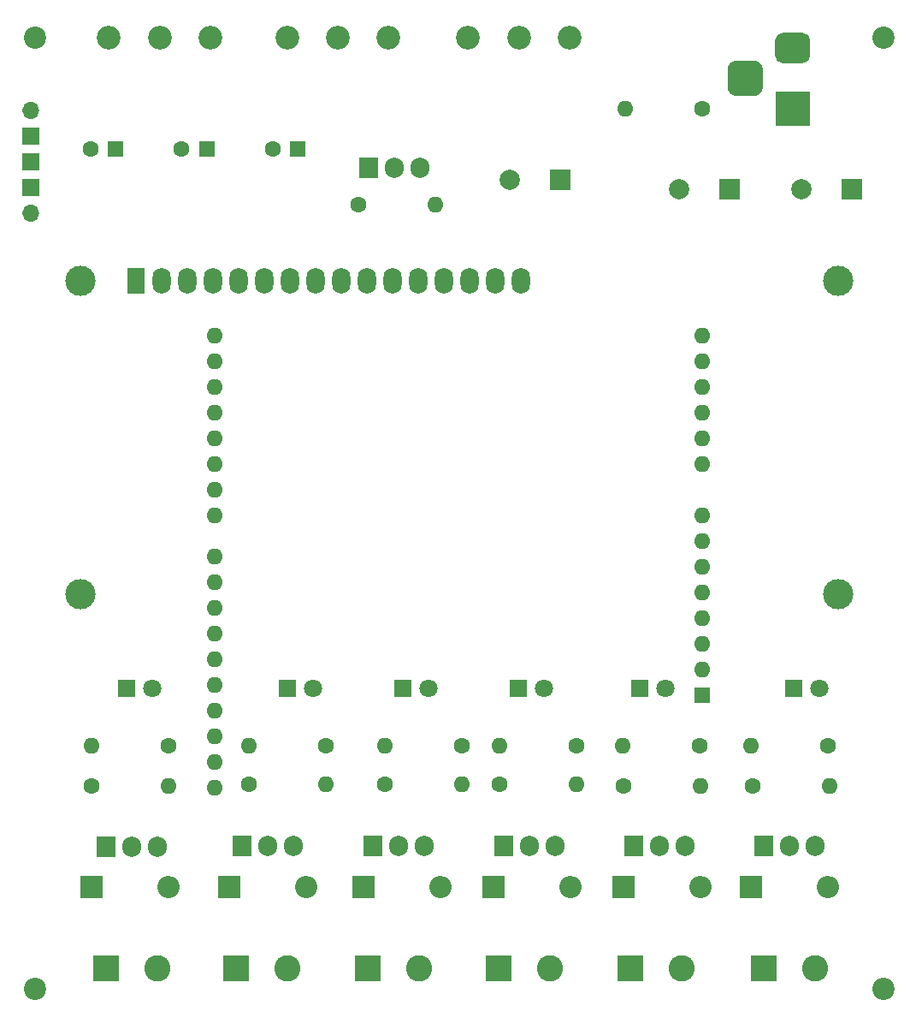
<source format=gbr>
G04 #@! TF.GenerationSoftware,KiCad,Pcbnew,5.99.0-unknown-c7daca1~100~ubuntu18.04.1*
G04 #@! TF.CreationDate,2020-03-27T21:17:46-07:00*
G04 #@! TF.ProjectId,ventilator,76656e74-696c-4617-946f-722e6b696361,rev?*
G04 #@! TF.SameCoordinates,Original*
G04 #@! TF.FileFunction,Soldermask,Bot*
G04 #@! TF.FilePolarity,Negative*
%FSLAX46Y46*%
G04 Gerber Fmt 4.6, Leading zero omitted, Abs format (unit mm)*
G04 Created by KiCad (PCBNEW 5.99.0-unknown-c7daca1~100~ubuntu18.04.1) date 2020-03-27 21:17:46*
%MOMM*%
%LPD*%
G01*
G04 APERTURE LIST*
%ADD10R,1.700000X1.700000*%
%ADD11C,2.200000*%
%ADD12C,2.600000*%
%ADD13R,2.600000X2.600000*%
%ADD14C,1.600000*%
%ADD15R,1.600000X1.600000*%
%ADD16O,1.700000X1.700000*%
%ADD17R,3.500000X3.500000*%
%ADD18O,1.600000X1.600000*%
%ADD19O,1.905000X2.000000*%
%ADD20R,1.905000X2.000000*%
%ADD21O,2.200000X2.200000*%
%ADD22R,2.200000X2.200000*%
%ADD23C,1.800000*%
%ADD24R,1.800000X1.800000*%
%ADD25C,2.000000*%
%ADD26R,2.000000X2.000000*%
%ADD27C,2.340000*%
%ADD28C,3.000000*%
%ADD29O,1.800000X2.600000*%
%ADD30R,1.800000X2.600000*%
G04 APERTURE END LIST*
D10*
X2540000Y-15240000D03*
D11*
X87000000Y-97000000D03*
X3000000Y-97000000D03*
X87000000Y-3000000D03*
X3000000Y-3000000D03*
D12*
X15080000Y-95000000D03*
D13*
X10000000Y-95000000D03*
D12*
X28000000Y-95000000D03*
D13*
X22920000Y-95000000D03*
D12*
X41000000Y-95000000D03*
D13*
X35920000Y-95000000D03*
D12*
X54000000Y-95000000D03*
D13*
X48920000Y-95000000D03*
D12*
X67000000Y-95000000D03*
D13*
X61920000Y-95000000D03*
D12*
X80200000Y-95000000D03*
D13*
X75120000Y-95000000D03*
D14*
X8500000Y-14000000D03*
D15*
X11000000Y-14000000D03*
D14*
X17500000Y-14000000D03*
D15*
X20000000Y-14000000D03*
D14*
X26500000Y-14000000D03*
D15*
X29000000Y-14000000D03*
D16*
X2540000Y-10160000D03*
D10*
X2540000Y-12700000D03*
D16*
X2540000Y-20320000D03*
D10*
X2540000Y-17780000D03*
G36*
G01*
X72425000Y-5250000D02*
X74175000Y-5250000D01*
G75*
G02*
X75050000Y-6125000I0J-875000D01*
G01*
X75050000Y-7875000D01*
G75*
G02*
X74175000Y-8750000I-875000J0D01*
G01*
X72425000Y-8750000D01*
G75*
G02*
X71550000Y-7875000I0J875000D01*
G01*
X71550000Y-6125000D01*
G75*
G02*
X72425000Y-5250000I875000J0D01*
G01*
G37*
G36*
G01*
X77000000Y-2500000D02*
X79000000Y-2500000D01*
G75*
G02*
X79750000Y-3250000I0J-750000D01*
G01*
X79750000Y-4750000D01*
G75*
G02*
X79000000Y-5500000I-750000J0D01*
G01*
X77000000Y-5500000D01*
G75*
G02*
X76250000Y-4750000I0J750000D01*
G01*
X76250000Y-3250000D01*
G75*
G02*
X77000000Y-2500000I750000J0D01*
G01*
G37*
D17*
X78000000Y-10000000D03*
D18*
X16245000Y-77000000D03*
D14*
X8625000Y-77000000D03*
D18*
X8625000Y-73025000D03*
D14*
X16245000Y-73025000D03*
D19*
X15080000Y-83000000D03*
X12540000Y-83000000D03*
D20*
X10000000Y-83000000D03*
D21*
X16245000Y-86995000D03*
D22*
X8625000Y-86995000D03*
D23*
X14605000Y-67310000D03*
D24*
X12065000Y-67310000D03*
D25*
X78820000Y-18000000D03*
D26*
X83820000Y-18000000D03*
D25*
X66755000Y-18000000D03*
D26*
X71755000Y-18000000D03*
D27*
X20320000Y-3000000D03*
X15320000Y-3000000D03*
X10320000Y-3000000D03*
X38000000Y-3000000D03*
X33000000Y-3000000D03*
X28000000Y-3000000D03*
X55880000Y-3000000D03*
X50880000Y-3000000D03*
X45880000Y-3000000D03*
D18*
X61380000Y-10000000D03*
D14*
X69000000Y-10000000D03*
D18*
X42620000Y-19500000D03*
D14*
X35000000Y-19500000D03*
D18*
X31750000Y-76835000D03*
D14*
X24130000Y-76835000D03*
D18*
X24130000Y-73025000D03*
D14*
X31750000Y-73025000D03*
D18*
X45270000Y-76835000D03*
D14*
X37650000Y-76835000D03*
D18*
X56560000Y-76835000D03*
D14*
X48940000Y-76835000D03*
D18*
X37650000Y-73025000D03*
D14*
X45270000Y-73025000D03*
D18*
X48940000Y-73025000D03*
D14*
X56560000Y-73025000D03*
D18*
X68850000Y-77000000D03*
D14*
X61230000Y-77000000D03*
D18*
X81620000Y-77000000D03*
D14*
X74000000Y-77000000D03*
D18*
X61190000Y-73025000D03*
D14*
X68810000Y-73025000D03*
D18*
X73850000Y-73000000D03*
D14*
X81470000Y-73000000D03*
D19*
X41080000Y-15875000D03*
X38540000Y-15875000D03*
D20*
X36000000Y-15875000D03*
D19*
X28575000Y-82920000D03*
X26035000Y-82920000D03*
D20*
X23495000Y-82920000D03*
D19*
X41520000Y-82920000D03*
X38980000Y-82920000D03*
D20*
X36440000Y-82920000D03*
D19*
X54460000Y-82920000D03*
X51920000Y-82920000D03*
D20*
X49380000Y-82920000D03*
D19*
X67310000Y-82920000D03*
X64770000Y-82920000D03*
D20*
X62230000Y-82920000D03*
D19*
X80200000Y-82920000D03*
X77660000Y-82920000D03*
D20*
X75120000Y-82920000D03*
D25*
X50000000Y-17000000D03*
D26*
X55000000Y-17000000D03*
D28*
X82500000Y-27000000D03*
X82499480Y-58000700D03*
X7500900Y-58000700D03*
X7500900Y-27000000D03*
D29*
X51100000Y-27000000D03*
X48560000Y-27000000D03*
X46020000Y-27000000D03*
X43480000Y-27000000D03*
X40940000Y-27000000D03*
X38400000Y-27000000D03*
X35860000Y-27000000D03*
X33320000Y-27000000D03*
X30780000Y-27000000D03*
X28240000Y-27000000D03*
X25700000Y-27000000D03*
X23160000Y-27000000D03*
X20620000Y-27000000D03*
X18080000Y-27000000D03*
X15540000Y-27000000D03*
D30*
X13000000Y-27000000D03*
D21*
X29845000Y-87000000D03*
D22*
X22225000Y-87000000D03*
D23*
X30480000Y-67310000D03*
D24*
X27940000Y-67310000D03*
D21*
X43140000Y-87000000D03*
D22*
X35520000Y-87000000D03*
D21*
X56000000Y-87000000D03*
D22*
X48380000Y-87000000D03*
D23*
X41910000Y-67310000D03*
D24*
X39370000Y-67310000D03*
D23*
X53340000Y-67310000D03*
D24*
X50800000Y-67310000D03*
D21*
X68850000Y-87000000D03*
D22*
X61230000Y-87000000D03*
D21*
X81470000Y-87000000D03*
D22*
X73850000Y-87000000D03*
D23*
X65405000Y-67310000D03*
D24*
X62865000Y-67310000D03*
D23*
X80645000Y-67310000D03*
D24*
X78105000Y-67310000D03*
D18*
X20740000Y-34980000D03*
X20740000Y-32440000D03*
X20740000Y-72060000D03*
X69000000Y-32440000D03*
X20740000Y-69520000D03*
X69000000Y-34980000D03*
X20740000Y-66980000D03*
X69000000Y-37520000D03*
X20740000Y-64440000D03*
X69000000Y-40060000D03*
X20740000Y-61900000D03*
X69000000Y-42600000D03*
X20740000Y-59360000D03*
X69000000Y-45140000D03*
X20740000Y-56820000D03*
X69000000Y-50220000D03*
X20740000Y-54280000D03*
X69000000Y-52760000D03*
X20740000Y-50220000D03*
X69000000Y-55300000D03*
X20740000Y-47680000D03*
X69000000Y-57840000D03*
X20740000Y-45140000D03*
X69000000Y-60380000D03*
X20740000Y-42600000D03*
X69000000Y-62920000D03*
X20740000Y-40060000D03*
X69000000Y-65460000D03*
X20740000Y-37520000D03*
D15*
X69000000Y-68000000D03*
D18*
X20740000Y-74600000D03*
X20740000Y-77140000D03*
M02*

</source>
